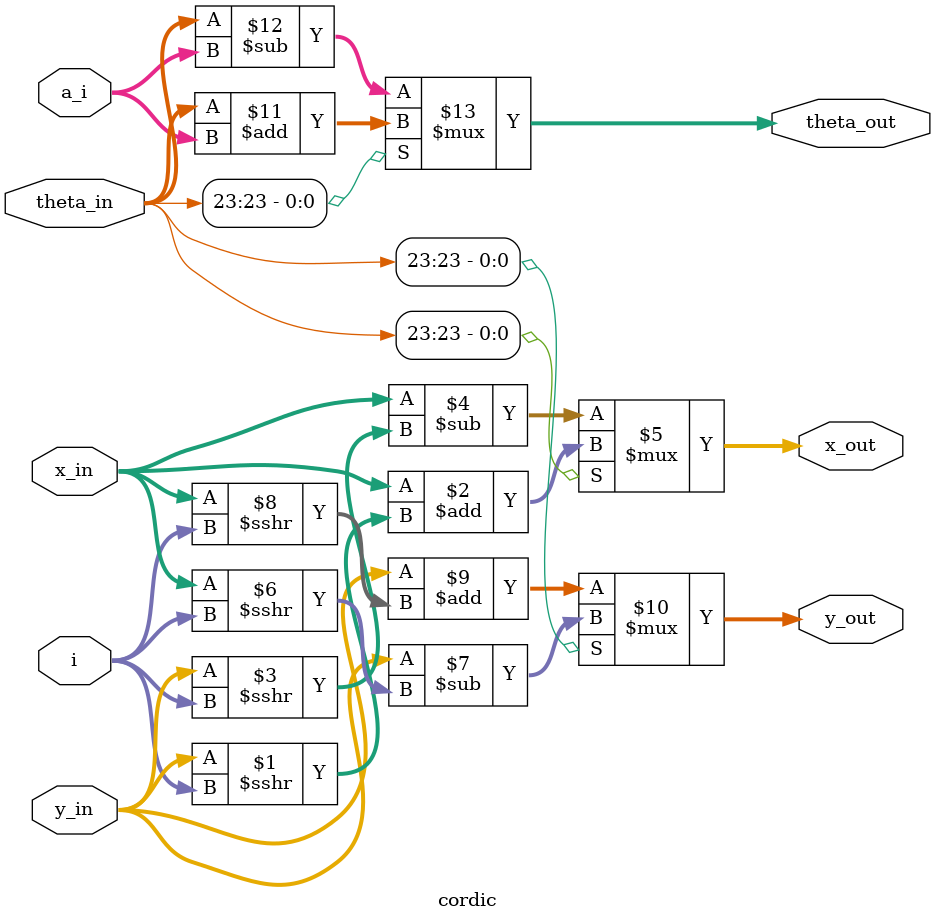
<source format=v>
module cordic #(
    parameter SIGN_BITS = 1,
    parameter INT_BITS  = 1,
    parameter FRAC_BITS = 22,
    parameter WIDTH     = SIGN_BITS + INT_BITS + FRAC_BITS 
)(
    input         [4:0]       i,
    input         [WIDTH-1:0] a_i,
    input  signed [WIDTH-1:0] x_in,
    input  signed [WIDTH-1:0] y_in,
    input  signed [WIDTH-1:0] theta_in,
    output signed [WIDTH-1:0] x_out,
    output signed [WIDTH-1:0] y_out,
    output        [WIDTH-1:0] theta_out
);


assign x_out     = theta_in[WIDTH-1] ? x_in + (y_in >>> i) : x_in - (y_in >>> i);
assign y_out     = theta_in[WIDTH-1] ? y_in - (x_in >>> i) : y_in + (x_in >>> i);
assign theta_out = theta_in[WIDTH-1] ? theta_in + a_i : theta_in - a_i;

endmodule

</source>
